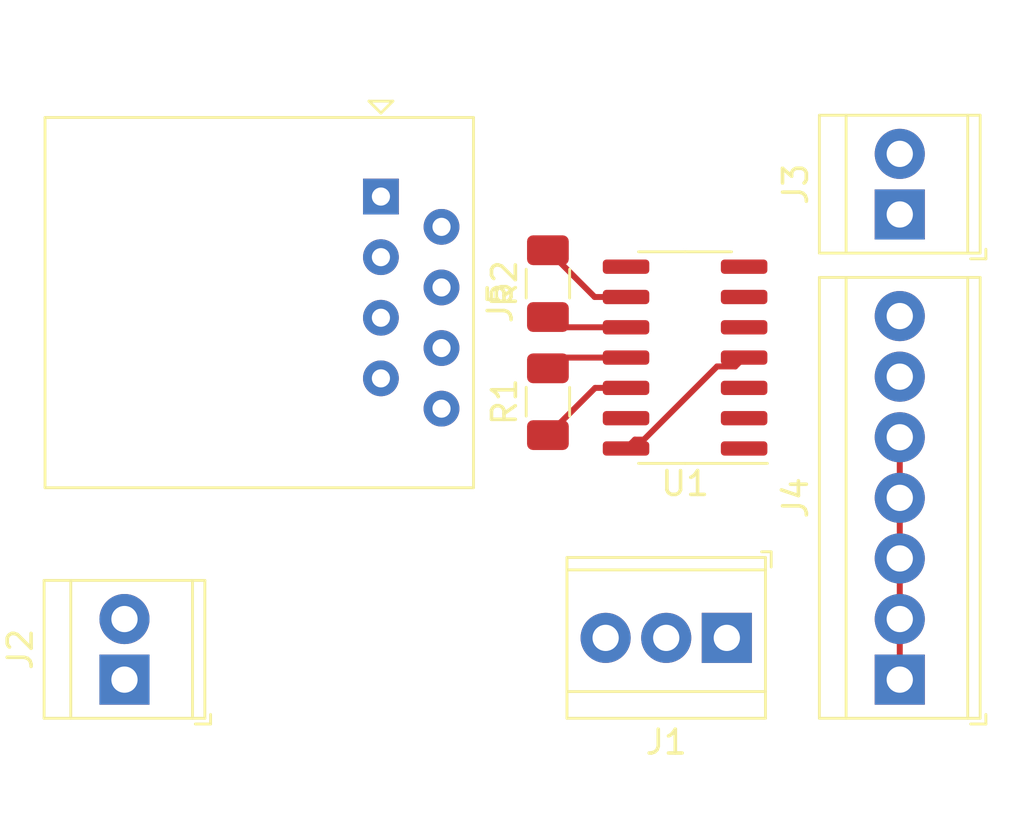
<source format=kicad_pcb>
(kicad_pcb (version 20171130) (host pcbnew "(5.1.4-0-10_14)")

  (general
    (thickness 1.6)
    (drawings 0)
    (tracks 16)
    (zones 0)
    (modules 8)
    (nets 10)
  )

  (page A4)
  (layers
    (0 F.Cu signal)
    (31 B.Cu signal)
    (32 B.Adhes user)
    (33 F.Adhes user)
    (34 B.Paste user)
    (35 F.Paste user)
    (36 B.SilkS user)
    (37 F.SilkS user)
    (38 B.Mask user)
    (39 F.Mask user)
    (40 Dwgs.User user)
    (41 Cmts.User user)
    (42 Eco1.User user)
    (43 Eco2.User user)
    (44 Edge.Cuts user)
    (45 Margin user)
    (46 B.CrtYd user)
    (47 F.CrtYd user)
    (48 B.Fab user)
    (49 F.Fab user)
  )

  (setup
    (last_trace_width 0.25)
    (trace_clearance 0.2)
    (zone_clearance 0.508)
    (zone_45_only no)
    (trace_min 0.2)
    (via_size 0.8)
    (via_drill 0.4)
    (via_min_size 0.4)
    (via_min_drill 0.3)
    (uvia_size 0.3)
    (uvia_drill 0.1)
    (uvias_allowed no)
    (uvia_min_size 0.2)
    (uvia_min_drill 0.1)
    (edge_width 0.05)
    (segment_width 0.2)
    (pcb_text_width 0.3)
    (pcb_text_size 1.5 1.5)
    (mod_edge_width 0.12)
    (mod_text_size 1 1)
    (mod_text_width 0.15)
    (pad_size 1.524 1.524)
    (pad_drill 0.762)
    (pad_to_mask_clearance 0.051)
    (solder_mask_min_width 0.25)
    (aux_axis_origin 0 0)
    (visible_elements FFFFFF7F)
    (pcbplotparams
      (layerselection 0x010fc_ffffffff)
      (usegerberextensions false)
      (usegerberattributes false)
      (usegerberadvancedattributes false)
      (creategerberjobfile false)
      (excludeedgelayer true)
      (linewidth 0.100000)
      (plotframeref false)
      (viasonmask false)
      (mode 1)
      (useauxorigin false)
      (hpglpennumber 1)
      (hpglpenspeed 20)
      (hpglpendiameter 15.000000)
      (psnegative false)
      (psa4output false)
      (plotreference true)
      (plotvalue true)
      (plotinvisibletext false)
      (padsonsilk false)
      (subtractmaskfromsilk false)
      (outputformat 1)
      (mirror false)
      (drillshape 1)
      (scaleselection 1)
      (outputdirectory ""))
  )

  (net 0 "")
  (net 1 +5V)
  (net 2 /DATA_A)
  (net 3 /DATA_B)
  (net 4 /BTN_B)
  (net 5 /BTN_A)
  (net 6 GND)
  (net 7 /BTN)
  (net 8 /DATA)
  (net 9 +24V)

  (net_class Default "This is the default net class."
    (clearance 0.2)
    (trace_width 0.25)
    (via_dia 0.8)
    (via_drill 0.4)
    (uvia_dia 0.3)
    (uvia_drill 0.1)
    (add_net +24V)
    (add_net +5V)
    (add_net /BTN)
    (add_net /BTN_A)
    (add_net /BTN_B)
    (add_net /DATA)
    (add_net /DATA_A)
    (add_net /DATA_B)
    (add_net GND)
    (add_net "Net-(U1-Pad1)")
    (add_net "Net-(U1-Pad13)")
    (add_net "Net-(U1-Pad8)")
  )

  (module TerminalBlock_TE-Connectivity:TerminalBlock_TE_282834-7_1x07_P2.54mm_Horizontal (layer F.Cu) (tedit 5B1EC513) (tstamp 5E134376)
    (at 253.25 31.5 90)
    (descr "Terminal Block TE 282834-7, 7 pins, pitch 2.54mm, size 18.240000000000002x6.5mm^2, drill diamater 1.1mm, pad diameter 2.1mm, see http://www.te.com/commerce/DocumentDelivery/DDEController?Action=showdoc&DocId=Customer+Drawing%7F282834%7FC1%7Fpdf%7FEnglish%7FENG_CD_282834_C1.pdf, script-generated using https://github.com/pointhi/kicad-footprint-generator/scripts/TerminalBlock_TE-Connectivity")
    (tags "THT Terminal Block TE 282834-7 pitch 2.54mm size 18.240000000000002x6.5mm^2 drill 1.1mm pad 2.1mm")
    (path /5E1859D4)
    (fp_text reference J4 (at 7.62 -4.37 90) (layer F.SilkS)
      (effects (font (size 1 1) (thickness 0.15)))
    )
    (fp_text value Conn_01x07_Male (at 7.62 4.37 90) (layer F.Fab)
      (effects (font (size 1 1) (thickness 0.15)))
    )
    (fp_text user %R (at 7.62 2 90) (layer F.Fab)
      (effects (font (size 1 1) (thickness 0.15)))
    )
    (fp_line (start 17.25 -3.75) (end -2 -3.75) (layer F.CrtYd) (width 0.05))
    (fp_line (start 17.25 3.75) (end 17.25 -3.75) (layer F.CrtYd) (width 0.05))
    (fp_line (start -2 3.75) (end 17.25 3.75) (layer F.CrtYd) (width 0.05))
    (fp_line (start -2 -3.75) (end -2 3.75) (layer F.CrtYd) (width 0.05))
    (fp_line (start -1.86 3.61) (end -1.46 3.61) (layer F.SilkS) (width 0.12))
    (fp_line (start -1.86 2.97) (end -1.86 3.61) (layer F.SilkS) (width 0.12))
    (fp_line (start 15.941 -0.835) (end 14.406 0.7) (layer F.Fab) (width 0.1))
    (fp_line (start 16.075 -0.7) (end 14.54 0.835) (layer F.Fab) (width 0.1))
    (fp_line (start 13.401 -0.835) (end 11.866 0.7) (layer F.Fab) (width 0.1))
    (fp_line (start 13.535 -0.7) (end 12 0.835) (layer F.Fab) (width 0.1))
    (fp_line (start 10.861 -0.835) (end 9.326 0.7) (layer F.Fab) (width 0.1))
    (fp_line (start 10.995 -0.7) (end 9.46 0.835) (layer F.Fab) (width 0.1))
    (fp_line (start 8.321 -0.835) (end 6.786 0.7) (layer F.Fab) (width 0.1))
    (fp_line (start 8.455 -0.7) (end 6.92 0.835) (layer F.Fab) (width 0.1))
    (fp_line (start 5.781 -0.835) (end 4.246 0.7) (layer F.Fab) (width 0.1))
    (fp_line (start 5.915 -0.7) (end 4.38 0.835) (layer F.Fab) (width 0.1))
    (fp_line (start 3.241 -0.835) (end 1.706 0.7) (layer F.Fab) (width 0.1))
    (fp_line (start 3.375 -0.7) (end 1.84 0.835) (layer F.Fab) (width 0.1))
    (fp_line (start 0.701 -0.835) (end -0.835 0.7) (layer F.Fab) (width 0.1))
    (fp_line (start 0.835 -0.7) (end -0.701 0.835) (layer F.Fab) (width 0.1))
    (fp_line (start 16.86 -3.37) (end 16.86 3.37) (layer F.SilkS) (width 0.12))
    (fp_line (start -1.62 -3.37) (end -1.62 3.37) (layer F.SilkS) (width 0.12))
    (fp_line (start -1.62 3.37) (end 16.86 3.37) (layer F.SilkS) (width 0.12))
    (fp_line (start -1.62 -3.37) (end 16.86 -3.37) (layer F.SilkS) (width 0.12))
    (fp_line (start -1.62 -2.25) (end 16.86 -2.25) (layer F.SilkS) (width 0.12))
    (fp_line (start -1.5 -2.25) (end 16.74 -2.25) (layer F.Fab) (width 0.1))
    (fp_line (start -1.62 2.85) (end 16.86 2.85) (layer F.SilkS) (width 0.12))
    (fp_line (start -1.5 2.85) (end 16.74 2.85) (layer F.Fab) (width 0.1))
    (fp_line (start -1.5 2.85) (end -1.5 -3.25) (layer F.Fab) (width 0.1))
    (fp_line (start -1.1 3.25) (end -1.5 2.85) (layer F.Fab) (width 0.1))
    (fp_line (start 16.74 3.25) (end -1.1 3.25) (layer F.Fab) (width 0.1))
    (fp_line (start 16.74 -3.25) (end 16.74 3.25) (layer F.Fab) (width 0.1))
    (fp_line (start -1.5 -3.25) (end 16.74 -3.25) (layer F.Fab) (width 0.1))
    (fp_circle (center 15.24 0) (end 16.34 0) (layer F.Fab) (width 0.1))
    (fp_circle (center 12.7 0) (end 13.8 0) (layer F.Fab) (width 0.1))
    (fp_circle (center 10.16 0) (end 11.26 0) (layer F.Fab) (width 0.1))
    (fp_circle (center 7.62 0) (end 8.72 0) (layer F.Fab) (width 0.1))
    (fp_circle (center 5.08 0) (end 6.18 0) (layer F.Fab) (width 0.1))
    (fp_circle (center 2.54 0) (end 3.64 0) (layer F.Fab) (width 0.1))
    (fp_circle (center 0 0) (end 1.1 0) (layer F.Fab) (width 0.1))
    (pad 7 thru_hole circle (at 15.24 0 90) (size 2.1 2.1) (drill 1.1) (layers *.Cu *.Mask)
      (net 6 GND))
    (pad 6 thru_hole circle (at 12.7 0 90) (size 2.1 2.1) (drill 1.1) (layers *.Cu *.Mask)
      (net 8 /DATA))
    (pad 5 thru_hole circle (at 10.16 0 90) (size 2.1 2.1) (drill 1.1) (layers *.Cu *.Mask)
      (net 1 +5V))
    (pad 4 thru_hole circle (at 7.62 0 90) (size 2.1 2.1) (drill 1.1) (layers *.Cu *.Mask)
      (net 1 +5V))
    (pad 3 thru_hole circle (at 5.08 0 90) (size 2.1 2.1) (drill 1.1) (layers *.Cu *.Mask)
      (net 1 +5V))
    (pad 2 thru_hole circle (at 2.54 0 90) (size 2.1 2.1) (drill 1.1) (layers *.Cu *.Mask)
      (net 1 +5V))
    (pad 1 thru_hole rect (at 0 0 90) (size 2.1 2.1) (drill 1.1) (layers *.Cu *.Mask)
      (net 1 +5V))
    (model ${KISYS3DMOD}/TerminalBlock_TE-Connectivity.3dshapes/TerminalBlock_TE_282834-7_1x07_P2.54mm_Horizontal.wrl
      (at (xyz 0 0 0))
      (scale (xyz 1 1 1))
      (rotate (xyz 0 0 0))
    )
  )

  (module Resistor_SMD:R_1206_3216Metric (layer F.Cu) (tedit 5B301BBD) (tstamp 5E133BB8)
    (at 238.5 14.9 90)
    (descr "Resistor SMD 1206 (3216 Metric), square (rectangular) end terminal, IPC_7351 nominal, (Body size source: http://www.tortai-tech.com/upload/download/2011102023233369053.pdf), generated with kicad-footprint-generator")
    (tags resistor)
    (path /5E13BD43)
    (attr smd)
    (fp_text reference R2 (at 0 -1.82 90) (layer F.SilkS)
      (effects (font (size 1 1) (thickness 0.15)))
    )
    (fp_text value R (at 0 1.82 90) (layer F.Fab)
      (effects (font (size 1 1) (thickness 0.15)))
    )
    (fp_text user %R (at 0 0 90) (layer F.Fab)
      (effects (font (size 0.8 0.8) (thickness 0.12)))
    )
    (fp_line (start 2.28 1.12) (end -2.28 1.12) (layer F.CrtYd) (width 0.05))
    (fp_line (start 2.28 -1.12) (end 2.28 1.12) (layer F.CrtYd) (width 0.05))
    (fp_line (start -2.28 -1.12) (end 2.28 -1.12) (layer F.CrtYd) (width 0.05))
    (fp_line (start -2.28 1.12) (end -2.28 -1.12) (layer F.CrtYd) (width 0.05))
    (fp_line (start -0.602064 0.91) (end 0.602064 0.91) (layer F.SilkS) (width 0.12))
    (fp_line (start -0.602064 -0.91) (end 0.602064 -0.91) (layer F.SilkS) (width 0.12))
    (fp_line (start 1.6 0.8) (end -1.6 0.8) (layer F.Fab) (width 0.1))
    (fp_line (start 1.6 -0.8) (end 1.6 0.8) (layer F.Fab) (width 0.1))
    (fp_line (start -1.6 -0.8) (end 1.6 -0.8) (layer F.Fab) (width 0.1))
    (fp_line (start -1.6 0.8) (end -1.6 -0.8) (layer F.Fab) (width 0.1))
    (pad 2 smd roundrect (at 1.4 0 90) (size 1.25 1.75) (layers F.Cu F.Paste F.Mask) (roundrect_rratio 0.2)
      (net 5 /BTN_A))
    (pad 1 smd roundrect (at -1.4 0 90) (size 1.25 1.75) (layers F.Cu F.Paste F.Mask) (roundrect_rratio 0.2)
      (net 4 /BTN_B))
    (model ${KISYS3DMOD}/Resistor_SMD.3dshapes/R_1206_3216Metric.wrl
      (at (xyz 0 0 0))
      (scale (xyz 1 1 1))
      (rotate (xyz 0 0 0))
    )
  )

  (module Resistor_SMD:R_1206_3216Metric (layer F.Cu) (tedit 5B301BBD) (tstamp 5E133BA7)
    (at 238.5 19.85 90)
    (descr "Resistor SMD 1206 (3216 Metric), square (rectangular) end terminal, IPC_7351 nominal, (Body size source: http://www.tortai-tech.com/upload/download/2011102023233369053.pdf), generated with kicad-footprint-generator")
    (tags resistor)
    (path /5E13CCAD)
    (attr smd)
    (fp_text reference R1 (at 0 -1.82 90) (layer F.SilkS)
      (effects (font (size 1 1) (thickness 0.15)))
    )
    (fp_text value R (at 0 1.82 90) (layer F.Fab)
      (effects (font (size 1 1) (thickness 0.15)))
    )
    (fp_text user %R (at 0 0 90) (layer F.Fab)
      (effects (font (size 0.8 0.8) (thickness 0.12)))
    )
    (fp_line (start 2.28 1.12) (end -2.28 1.12) (layer F.CrtYd) (width 0.05))
    (fp_line (start 2.28 -1.12) (end 2.28 1.12) (layer F.CrtYd) (width 0.05))
    (fp_line (start -2.28 -1.12) (end 2.28 -1.12) (layer F.CrtYd) (width 0.05))
    (fp_line (start -2.28 1.12) (end -2.28 -1.12) (layer F.CrtYd) (width 0.05))
    (fp_line (start -0.602064 0.91) (end 0.602064 0.91) (layer F.SilkS) (width 0.12))
    (fp_line (start -0.602064 -0.91) (end 0.602064 -0.91) (layer F.SilkS) (width 0.12))
    (fp_line (start 1.6 0.8) (end -1.6 0.8) (layer F.Fab) (width 0.1))
    (fp_line (start 1.6 -0.8) (end 1.6 0.8) (layer F.Fab) (width 0.1))
    (fp_line (start -1.6 -0.8) (end 1.6 -0.8) (layer F.Fab) (width 0.1))
    (fp_line (start -1.6 0.8) (end -1.6 -0.8) (layer F.Fab) (width 0.1))
    (pad 2 smd roundrect (at 1.4 0 90) (size 1.25 1.75) (layers F.Cu F.Paste F.Mask) (roundrect_rratio 0.2)
      (net 3 /DATA_B))
    (pad 1 smd roundrect (at -1.4 0 90) (size 1.25 1.75) (layers F.Cu F.Paste F.Mask) (roundrect_rratio 0.2)
      (net 2 /DATA_A))
    (model ${KISYS3DMOD}/Resistor_SMD.3dshapes/R_1206_3216Metric.wrl
      (at (xyz 0 0 0))
      (scale (xyz 1 1 1))
      (rotate (xyz 0 0 0))
    )
  )

  (module Connector_RJ:RJ45_Amphenol_54602-x08_Horizontal (layer F.Cu) (tedit 5B103613) (tstamp 5E133B96)
    (at 231.5 11.25 270)
    (descr "8 Pol Shallow Latch Connector, Modjack, RJ45 (https://cdn.amphenol-icc.com/media/wysiwyg/files/drawing/c-bmj-0102.pdf)")
    (tags RJ45)
    (path /5E137089)
    (fp_text reference J5 (at 4.445 -5 90) (layer F.SilkS)
      (effects (font (size 1 1) (thickness 0.15)))
    )
    (fp_text value 8P8C (at 4.445 4 90) (layer F.Fab)
      (effects (font (size 1 1) (thickness 0.15)))
    )
    (fp_line (start 12.6 14.47) (end -3.71 14.47) (layer F.CrtYd) (width 0.05))
    (fp_line (start 12.6 14.47) (end 12.6 -4.27) (layer F.CrtYd) (width 0.05))
    (fp_line (start -3.71 -4.27) (end -3.71 14.47) (layer F.CrtYd) (width 0.05))
    (fp_line (start -3.71 -4.27) (end 12.6 -4.27) (layer F.CrtYd) (width 0.05))
    (fp_line (start -3.315 -3.88) (end -3.315 14.08) (layer F.SilkS) (width 0.12))
    (fp_line (start 12.205 -3.88) (end -3.315 -3.88) (layer F.SilkS) (width 0.12))
    (fp_line (start 12.205 -3.88) (end 12.205 14.08) (layer F.SilkS) (width 0.12))
    (fp_line (start -3.315 14.08) (end 12.205 14.08) (layer F.SilkS) (width 0.12))
    (fp_line (start -3.205 -2.77) (end -2.205 -3.77) (layer F.Fab) (width 0.12))
    (fp_line (start -2.205 -3.77) (end 12.095 -3.77) (layer F.Fab) (width 0.12))
    (fp_line (start 12.095 -3.77) (end 12.095 13.97) (layer F.Fab) (width 0.12))
    (fp_line (start 12.095 13.97) (end -3.205 13.97) (layer F.Fab) (width 0.12))
    (fp_line (start -3.205 13.97) (end -3.205 -2.77) (layer F.Fab) (width 0.12))
    (fp_line (start -3.5 0) (end -4 -0.5) (layer F.SilkS) (width 0.12))
    (fp_line (start -4 -0.5) (end -4 0.5) (layer F.SilkS) (width 0.12))
    (fp_line (start -4 0.5) (end -3.5 0) (layer F.SilkS) (width 0.12))
    (fp_text user %R (at 4.445 2 90) (layer F.Fab)
      (effects (font (size 1 1) (thickness 0.15)))
    )
    (pad 8 thru_hole circle (at 8.89 -2.54 270) (size 1.5 1.5) (drill 0.76) (layers *.Cu *.Mask)
      (net 5 /BTN_A))
    (pad 7 thru_hole circle (at 7.62 0 270) (size 1.5 1.5) (drill 0.76) (layers *.Cu *.Mask)
      (net 4 /BTN_B))
    (pad 6 thru_hole circle (at 6.35 -2.54 270) (size 1.5 1.5) (drill 0.76) (layers *.Cu *.Mask)
      (net 6 GND))
    (pad 5 thru_hole circle (at 5.08 0 270) (size 1.5 1.5) (drill 0.76) (layers *.Cu *.Mask)
      (net 6 GND))
    (pad 4 thru_hole circle (at 3.81 -2.54 270) (size 1.5 1.5) (drill 0.76) (layers *.Cu *.Mask)
      (net 6 GND))
    (pad 3 thru_hole circle (at 2.54 0 270) (size 1.5 1.5) (drill 0.76) (layers *.Cu *.Mask)
      (net 6 GND))
    (pad 2 thru_hole circle (at 1.27 -2.54 270) (size 1.5 1.5) (drill 0.76) (layers *.Cu *.Mask)
      (net 3 /DATA_B))
    (pad 1 thru_hole rect (at 0 0 270) (size 1.5 1.5) (drill 0.76) (layers *.Cu *.Mask)
      (net 2 /DATA_A))
    (pad "" np_thru_hole circle (at -1.27 6.35 270) (size 3.2 3.2) (drill 3.2) (layers *.Cu *.Mask))
    (pad "" np_thru_hole circle (at 10.16 6.35 270) (size 3.2 3.2) (drill 3.2) (layers *.Cu *.Mask))
    (model ${KISYS3DMOD}/Connector_RJ.3dshapes/RJ45_Amphenol_54602-x08_Horizontal.wrl
      (at (xyz 0 0 0))
      (scale (xyz 1 1 1))
      (rotate (xyz 0 0 0))
    )
  )

  (module TerminalBlock_TE-Connectivity:TerminalBlock_TE_282834-2_1x02_P2.54mm_Horizontal (layer F.Cu) (tedit 5B1EC513) (tstamp 5E135BE5)
    (at 253.25 12 90)
    (descr "Terminal Block TE 282834-2, 2 pins, pitch 2.54mm, size 5.54x6.5mm^2, drill diamater 1.1mm, pad diameter 2.1mm, see http://www.te.com/commerce/DocumentDelivery/DDEController?Action=showdoc&DocId=Customer+Drawing%7F282834%7FC1%7Fpdf%7FEnglish%7FENG_CD_282834_C1.pdf, script-generated using https://github.com/pointhi/kicad-footprint-generator/scripts/TerminalBlock_TE-Connectivity")
    (tags "THT Terminal Block TE 282834-2 pitch 2.54mm size 5.54x6.5mm^2 drill 1.1mm pad 2.1mm")
    (path /5E132711)
    (fp_text reference J3 (at 1.27 -4.37 90) (layer F.SilkS)
      (effects (font (size 1 1) (thickness 0.15)))
    )
    (fp_text value Conn_01x02_Female (at 1.27 4.37 90) (layer F.Fab)
      (effects (font (size 1 1) (thickness 0.15)))
    )
    (fp_text user %R (at 1.27 2 90) (layer F.Fab)
      (effects (font (size 1 1) (thickness 0.15)))
    )
    (fp_line (start 4.54 -3.75) (end -2 -3.75) (layer F.CrtYd) (width 0.05))
    (fp_line (start 4.54 3.75) (end 4.54 -3.75) (layer F.CrtYd) (width 0.05))
    (fp_line (start -2 3.75) (end 4.54 3.75) (layer F.CrtYd) (width 0.05))
    (fp_line (start -2 -3.75) (end -2 3.75) (layer F.CrtYd) (width 0.05))
    (fp_line (start -1.86 3.61) (end -1.46 3.61) (layer F.SilkS) (width 0.12))
    (fp_line (start -1.86 2.97) (end -1.86 3.61) (layer F.SilkS) (width 0.12))
    (fp_line (start 3.241 -0.835) (end 1.706 0.7) (layer F.Fab) (width 0.1))
    (fp_line (start 3.375 -0.7) (end 1.84 0.835) (layer F.Fab) (width 0.1))
    (fp_line (start 0.701 -0.835) (end -0.835 0.7) (layer F.Fab) (width 0.1))
    (fp_line (start 0.835 -0.7) (end -0.701 0.835) (layer F.Fab) (width 0.1))
    (fp_line (start 4.16 -3.37) (end 4.16 3.37) (layer F.SilkS) (width 0.12))
    (fp_line (start -1.62 -3.37) (end -1.62 3.37) (layer F.SilkS) (width 0.12))
    (fp_line (start -1.62 3.37) (end 4.16 3.37) (layer F.SilkS) (width 0.12))
    (fp_line (start -1.62 -3.37) (end 4.16 -3.37) (layer F.SilkS) (width 0.12))
    (fp_line (start -1.62 -2.25) (end 4.16 -2.25) (layer F.SilkS) (width 0.12))
    (fp_line (start -1.5 -2.25) (end 4.04 -2.25) (layer F.Fab) (width 0.1))
    (fp_line (start -1.62 2.85) (end 4.16 2.85) (layer F.SilkS) (width 0.12))
    (fp_line (start -1.5 2.85) (end 4.04 2.85) (layer F.Fab) (width 0.1))
    (fp_line (start -1.5 2.85) (end -1.5 -3.25) (layer F.Fab) (width 0.1))
    (fp_line (start -1.1 3.25) (end -1.5 2.85) (layer F.Fab) (width 0.1))
    (fp_line (start 4.04 3.25) (end -1.1 3.25) (layer F.Fab) (width 0.1))
    (fp_line (start 4.04 -3.25) (end 4.04 3.25) (layer F.Fab) (width 0.1))
    (fp_line (start -1.5 -3.25) (end 4.04 -3.25) (layer F.Fab) (width 0.1))
    (fp_circle (center 2.54 0) (end 3.64 0) (layer F.Fab) (width 0.1))
    (fp_circle (center 0 0) (end 1.1 0) (layer F.Fab) (width 0.1))
    (pad 2 thru_hole circle (at 2.54 0 90) (size 2.1 2.1) (drill 1.1) (layers *.Cu *.Mask)
      (net 6 GND))
    (pad 1 thru_hole rect (at 0 0 90) (size 2.1 2.1) (drill 1.1) (layers *.Cu *.Mask)
      (net 7 /BTN))
    (model ${KISYS3DMOD}/TerminalBlock_TE-Connectivity.3dshapes/TerminalBlock_TE_282834-2_1x02_P2.54mm_Horizontal.wrl
      (at (xyz 0 0 0))
      (scale (xyz 1 1 1))
      (rotate (xyz 0 0 0))
    )
  )

  (module TerminalBlock_TE-Connectivity:TerminalBlock_TE_282834-2_1x02_P2.54mm_Horizontal (layer F.Cu) (tedit 5B1EC513) (tstamp 5E133B33)
    (at 220.75 31.5 90)
    (descr "Terminal Block TE 282834-2, 2 pins, pitch 2.54mm, size 5.54x6.5mm^2, drill diamater 1.1mm, pad diameter 2.1mm, see http://www.te.com/commerce/DocumentDelivery/DDEController?Action=showdoc&DocId=Customer+Drawing%7F282834%7FC1%7Fpdf%7FEnglish%7FENG_CD_282834_C1.pdf, script-generated using https://github.com/pointhi/kicad-footprint-generator/scripts/TerminalBlock_TE-Connectivity")
    (tags "THT Terminal Block TE 282834-2 pitch 2.54mm size 5.54x6.5mm^2 drill 1.1mm pad 2.1mm")
    (path /5E12F172)
    (fp_text reference J2 (at 1.27 -4.37 90) (layer F.SilkS)
      (effects (font (size 1 1) (thickness 0.15)))
    )
    (fp_text value Conn_01x02_Female (at 1.27 4.37 90) (layer F.Fab)
      (effects (font (size 1 1) (thickness 0.15)))
    )
    (fp_text user %R (at 1.27 2 90) (layer F.Fab)
      (effects (font (size 1 1) (thickness 0.15)))
    )
    (fp_line (start 4.54 -3.75) (end -2 -3.75) (layer F.CrtYd) (width 0.05))
    (fp_line (start 4.54 3.75) (end 4.54 -3.75) (layer F.CrtYd) (width 0.05))
    (fp_line (start -2 3.75) (end 4.54 3.75) (layer F.CrtYd) (width 0.05))
    (fp_line (start -2 -3.75) (end -2 3.75) (layer F.CrtYd) (width 0.05))
    (fp_line (start -1.86 3.61) (end -1.46 3.61) (layer F.SilkS) (width 0.12))
    (fp_line (start -1.86 2.97) (end -1.86 3.61) (layer F.SilkS) (width 0.12))
    (fp_line (start 3.241 -0.835) (end 1.706 0.7) (layer F.Fab) (width 0.1))
    (fp_line (start 3.375 -0.7) (end 1.84 0.835) (layer F.Fab) (width 0.1))
    (fp_line (start 0.701 -0.835) (end -0.835 0.7) (layer F.Fab) (width 0.1))
    (fp_line (start 0.835 -0.7) (end -0.701 0.835) (layer F.Fab) (width 0.1))
    (fp_line (start 4.16 -3.37) (end 4.16 3.37) (layer F.SilkS) (width 0.12))
    (fp_line (start -1.62 -3.37) (end -1.62 3.37) (layer F.SilkS) (width 0.12))
    (fp_line (start -1.62 3.37) (end 4.16 3.37) (layer F.SilkS) (width 0.12))
    (fp_line (start -1.62 -3.37) (end 4.16 -3.37) (layer F.SilkS) (width 0.12))
    (fp_line (start -1.62 -2.25) (end 4.16 -2.25) (layer F.SilkS) (width 0.12))
    (fp_line (start -1.5 -2.25) (end 4.04 -2.25) (layer F.Fab) (width 0.1))
    (fp_line (start -1.62 2.85) (end 4.16 2.85) (layer F.SilkS) (width 0.12))
    (fp_line (start -1.5 2.85) (end 4.04 2.85) (layer F.Fab) (width 0.1))
    (fp_line (start -1.5 2.85) (end -1.5 -3.25) (layer F.Fab) (width 0.1))
    (fp_line (start -1.1 3.25) (end -1.5 2.85) (layer F.Fab) (width 0.1))
    (fp_line (start 4.04 3.25) (end -1.1 3.25) (layer F.Fab) (width 0.1))
    (fp_line (start 4.04 -3.25) (end 4.04 3.25) (layer F.Fab) (width 0.1))
    (fp_line (start -1.5 -3.25) (end 4.04 -3.25) (layer F.Fab) (width 0.1))
    (fp_circle (center 2.54 0) (end 3.64 0) (layer F.Fab) (width 0.1))
    (fp_circle (center 0 0) (end 1.1 0) (layer F.Fab) (width 0.1))
    (pad 2 thru_hole circle (at 2.54 0 90) (size 2.1 2.1) (drill 1.1) (layers *.Cu *.Mask)
      (net 9 +24V))
    (pad 1 thru_hole rect (at 0 0 90) (size 2.1 2.1) (drill 1.1) (layers *.Cu *.Mask)
      (net 6 GND))
    (model ${KISYS3DMOD}/TerminalBlock_TE-Connectivity.3dshapes/TerminalBlock_TE_282834-2_1x02_P2.54mm_Horizontal.wrl
      (at (xyz 0 0 0))
      (scale (xyz 1 1 1))
      (rotate (xyz 0 0 0))
    )
  )

  (module TerminalBlock_TE-Connectivity:TerminalBlock_TE_282834-3_1x03_P2.54mm_Horizontal (layer F.Cu) (tedit 5B1EC513) (tstamp 5E133B13)
    (at 246 29.75 180)
    (descr "Terminal Block TE 282834-3, 3 pins, pitch 2.54mm, size 8.08x6.5mm^2, drill diamater 1.1mm, pad diameter 2.1mm, see http://www.te.com/commerce/DocumentDelivery/DDEController?Action=showdoc&DocId=Customer+Drawing%7F282834%7FC1%7Fpdf%7FEnglish%7FENG_CD_282834_C1.pdf, script-generated using https://github.com/pointhi/kicad-footprint-generator/scripts/TerminalBlock_TE-Connectivity")
    (tags "THT Terminal Block TE 282834-3 pitch 2.54mm size 8.08x6.5mm^2 drill 1.1mm pad 2.1mm")
    (path /5E12FFBA)
    (fp_text reference J1 (at 2.54 -4.37) (layer F.SilkS)
      (effects (font (size 1 1) (thickness 0.15)))
    )
    (fp_text value Conn_01x03_Female (at 2.54 4.37) (layer F.Fab)
      (effects (font (size 1 1) (thickness 0.15)))
    )
    (fp_circle (center 0 0) (end 1.1 0) (layer F.Fab) (width 0.1))
    (fp_circle (center 2.54 0) (end 3.64 0) (layer F.Fab) (width 0.1))
    (fp_circle (center 5.08 0) (end 6.18 0) (layer F.Fab) (width 0.1))
    (fp_line (start -1.5 -3.25) (end 6.58 -3.25) (layer F.Fab) (width 0.1))
    (fp_line (start 6.58 -3.25) (end 6.58 3.25) (layer F.Fab) (width 0.1))
    (fp_line (start 6.58 3.25) (end -1.1 3.25) (layer F.Fab) (width 0.1))
    (fp_line (start -1.1 3.25) (end -1.5 2.85) (layer F.Fab) (width 0.1))
    (fp_line (start -1.5 2.85) (end -1.5 -3.25) (layer F.Fab) (width 0.1))
    (fp_line (start -1.5 2.85) (end 6.58 2.85) (layer F.Fab) (width 0.1))
    (fp_line (start -1.62 2.85) (end 6.7 2.85) (layer F.SilkS) (width 0.12))
    (fp_line (start -1.5 -2.25) (end 6.58 -2.25) (layer F.Fab) (width 0.1))
    (fp_line (start -1.62 -2.25) (end 6.7 -2.25) (layer F.SilkS) (width 0.12))
    (fp_line (start -1.62 -3.37) (end 6.7 -3.37) (layer F.SilkS) (width 0.12))
    (fp_line (start -1.62 3.37) (end 6.7 3.37) (layer F.SilkS) (width 0.12))
    (fp_line (start -1.62 -3.37) (end -1.62 3.37) (layer F.SilkS) (width 0.12))
    (fp_line (start 6.7 -3.37) (end 6.7 3.37) (layer F.SilkS) (width 0.12))
    (fp_line (start 0.835 -0.7) (end -0.701 0.835) (layer F.Fab) (width 0.1))
    (fp_line (start 0.701 -0.835) (end -0.835 0.7) (layer F.Fab) (width 0.1))
    (fp_line (start 3.375 -0.7) (end 1.84 0.835) (layer F.Fab) (width 0.1))
    (fp_line (start 3.241 -0.835) (end 1.706 0.7) (layer F.Fab) (width 0.1))
    (fp_line (start 5.915 -0.7) (end 4.38 0.835) (layer F.Fab) (width 0.1))
    (fp_line (start 5.781 -0.835) (end 4.246 0.7) (layer F.Fab) (width 0.1))
    (fp_line (start -1.86 2.97) (end -1.86 3.61) (layer F.SilkS) (width 0.12))
    (fp_line (start -1.86 3.61) (end -1.46 3.61) (layer F.SilkS) (width 0.12))
    (fp_line (start -2 -3.75) (end -2 3.75) (layer F.CrtYd) (width 0.05))
    (fp_line (start -2 3.75) (end 7.08 3.75) (layer F.CrtYd) (width 0.05))
    (fp_line (start 7.08 3.75) (end 7.08 -3.75) (layer F.CrtYd) (width 0.05))
    (fp_line (start 7.08 -3.75) (end -2 -3.75) (layer F.CrtYd) (width 0.05))
    (fp_text user %R (at 2.54 2) (layer F.Fab)
      (effects (font (size 1 1) (thickness 0.15)))
    )
    (pad 1 thru_hole rect (at 0 0 180) (size 2.1 2.1) (drill 1.1) (layers *.Cu *.Mask)
      (net 1 +5V))
    (pad 2 thru_hole circle (at 2.54 0 180) (size 2.1 2.1) (drill 1.1) (layers *.Cu *.Mask)
      (net 9 +24V))
    (pad 3 thru_hole circle (at 5.08 0 180) (size 2.1 2.1) (drill 1.1) (layers *.Cu *.Mask)
      (net 6 GND))
    (model ${KISYS3DMOD}/TerminalBlock_TE-Connectivity.3dshapes/TerminalBlock_TE_282834-3_1x03_P2.54mm_Horizontal.wrl
      (at (xyz 0 0 0))
      (scale (xyz 1 1 1))
      (rotate (xyz 0 0 0))
    )
  )

  (module Package_SO:SOIC-14_3.9x8.7mm_P1.27mm (layer F.Cu) (tedit 5C97300E) (tstamp 5E12EA84)
    (at 244.25 18 180)
    (descr "SOIC, 14 Pin (JEDEC MS-012AB, https://www.analog.com/media/en/package-pcb-resources/package/pkg_pdf/soic_narrow-r/r_14.pdf), generated with kicad-footprint-generator ipc_gullwing_generator.py")
    (tags "SOIC SO")
    (path /5E12E514)
    (attr smd)
    (fp_text reference U1 (at 0 -5.28) (layer F.SilkS)
      (effects (font (size 1 1) (thickness 0.15)))
    )
    (fp_text value SP491E (at 0 5.28) (layer F.Fab)
      (effects (font (size 1 1) (thickness 0.15)))
    )
    (fp_text user %R (at 0 0) (layer F.Fab)
      (effects (font (size 0.98 0.98) (thickness 0.15)))
    )
    (fp_line (start 3.7 -4.58) (end -3.7 -4.58) (layer F.CrtYd) (width 0.05))
    (fp_line (start 3.7 4.58) (end 3.7 -4.58) (layer F.CrtYd) (width 0.05))
    (fp_line (start -3.7 4.58) (end 3.7 4.58) (layer F.CrtYd) (width 0.05))
    (fp_line (start -3.7 -4.58) (end -3.7 4.58) (layer F.CrtYd) (width 0.05))
    (fp_line (start -1.95 -3.35) (end -0.975 -4.325) (layer F.Fab) (width 0.1))
    (fp_line (start -1.95 4.325) (end -1.95 -3.35) (layer F.Fab) (width 0.1))
    (fp_line (start 1.95 4.325) (end -1.95 4.325) (layer F.Fab) (width 0.1))
    (fp_line (start 1.95 -4.325) (end 1.95 4.325) (layer F.Fab) (width 0.1))
    (fp_line (start -0.975 -4.325) (end 1.95 -4.325) (layer F.Fab) (width 0.1))
    (fp_line (start 0 -4.435) (end -3.45 -4.435) (layer F.SilkS) (width 0.12))
    (fp_line (start 0 -4.435) (end 1.95 -4.435) (layer F.SilkS) (width 0.12))
    (fp_line (start 0 4.435) (end -1.95 4.435) (layer F.SilkS) (width 0.12))
    (fp_line (start 0 4.435) (end 1.95 4.435) (layer F.SilkS) (width 0.12))
    (pad 14 smd roundrect (at 2.475 -3.81 180) (size 1.95 0.6) (layers F.Cu F.Paste F.Mask) (roundrect_rratio 0.25)
      (net 1 +5V))
    (pad 13 smd roundrect (at 2.475 -2.54 180) (size 1.95 0.6) (layers F.Cu F.Paste F.Mask) (roundrect_rratio 0.25))
    (pad 12 smd roundrect (at 2.475 -1.27 180) (size 1.95 0.6) (layers F.Cu F.Paste F.Mask) (roundrect_rratio 0.25)
      (net 2 /DATA_A))
    (pad 11 smd roundrect (at 2.475 0 180) (size 1.95 0.6) (layers F.Cu F.Paste F.Mask) (roundrect_rratio 0.25)
      (net 3 /DATA_B))
    (pad 10 smd roundrect (at 2.475 1.27 180) (size 1.95 0.6) (layers F.Cu F.Paste F.Mask) (roundrect_rratio 0.25)
      (net 4 /BTN_B))
    (pad 9 smd roundrect (at 2.475 2.54 180) (size 1.95 0.6) (layers F.Cu F.Paste F.Mask) (roundrect_rratio 0.25)
      (net 5 /BTN_A))
    (pad 8 smd roundrect (at 2.475 3.81 180) (size 1.95 0.6) (layers F.Cu F.Paste F.Mask) (roundrect_rratio 0.25))
    (pad 7 smd roundrect (at -2.475 3.81 180) (size 1.95 0.6) (layers F.Cu F.Paste F.Mask) (roundrect_rratio 0.25)
      (net 6 GND))
    (pad 6 smd roundrect (at -2.475 2.54 180) (size 1.95 0.6) (layers F.Cu F.Paste F.Mask) (roundrect_rratio 0.25)
      (net 6 GND))
    (pad 5 smd roundrect (at -2.475 1.27 180) (size 1.95 0.6) (layers F.Cu F.Paste F.Mask) (roundrect_rratio 0.25)
      (net 7 /BTN))
    (pad 4 smd roundrect (at -2.475 0 180) (size 1.95 0.6) (layers F.Cu F.Paste F.Mask) (roundrect_rratio 0.25)
      (net 1 +5V))
    (pad 3 smd roundrect (at -2.475 -1.27 180) (size 1.95 0.6) (layers F.Cu F.Paste F.Mask) (roundrect_rratio 0.25)
      (net 6 GND))
    (pad 2 smd roundrect (at -2.475 -2.54 180) (size 1.95 0.6) (layers F.Cu F.Paste F.Mask) (roundrect_rratio 0.25)
      (net 8 /DATA))
    (pad 1 smd roundrect (at -2.475 -3.81 180) (size 1.95 0.6) (layers F.Cu F.Paste F.Mask) (roundrect_rratio 0.25))
    (model ${KISYS3DMOD}/Package_SO.3dshapes/SOIC-14_3.9x8.7mm_P1.27mm.wrl
      (at (xyz 0 0 0))
      (scale (xyz 1 1 1))
      (rotate (xyz 0 0 0))
    )
  )

  (segment (start 253.25 21.34) (end 253.25 23.88) (width 0.25) (layer F.Cu) (net 1))
  (segment (start 253.25 23.88) (end 253.25 26.42) (width 0.25) (layer F.Cu) (net 1))
  (segment (start 253.25 26.42) (end 253.25 28.96) (width 0.25) (layer F.Cu) (net 1))
  (segment (start 253.25 28.96) (end 253.25 31.5) (width 0.25) (layer F.Cu) (net 1))
  (segment (start 246.35429 18.37071) (end 246.725 18) (width 0.25) (layer F.Cu) (net 1))
  (segment (start 245.591058 18.37071) (end 246.35429 18.37071) (width 0.25) (layer F.Cu) (net 1))
  (segment (start 242.522478 21.43929) (end 245.591058 18.37071) (width 0.25) (layer F.Cu) (net 1))
  (segment (start 242.14571 21.43929) (end 242.522478 21.43929) (width 0.25) (layer F.Cu) (net 1))
  (segment (start 241.775 21.81) (end 242.14571 21.43929) (width 0.25) (layer F.Cu) (net 1))
  (segment (start 240.48 19.27) (end 241.775 19.27) (width 0.25) (layer F.Cu) (net 2))
  (segment (start 238.5 21.25) (end 240.48 19.27) (width 0.25) (layer F.Cu) (net 2))
  (segment (start 238.95 18) (end 238.5 18.45) (width 0.25) (layer F.Cu) (net 3))
  (segment (start 241.775 18) (end 238.5 18) (width 0.25) (layer F.Cu) (net 3))
  (segment (start 238.5 16.73) (end 241.775 16.73) (width 0.25) (layer F.Cu) (net 4))
  (segment (start 240.46 15.46) (end 241.775 15.46) (width 0.25) (layer F.Cu) (net 5))
  (segment (start 238.5 13.5) (end 240.46 15.46) (width 0.25) (layer F.Cu) (net 5))

)

</source>
